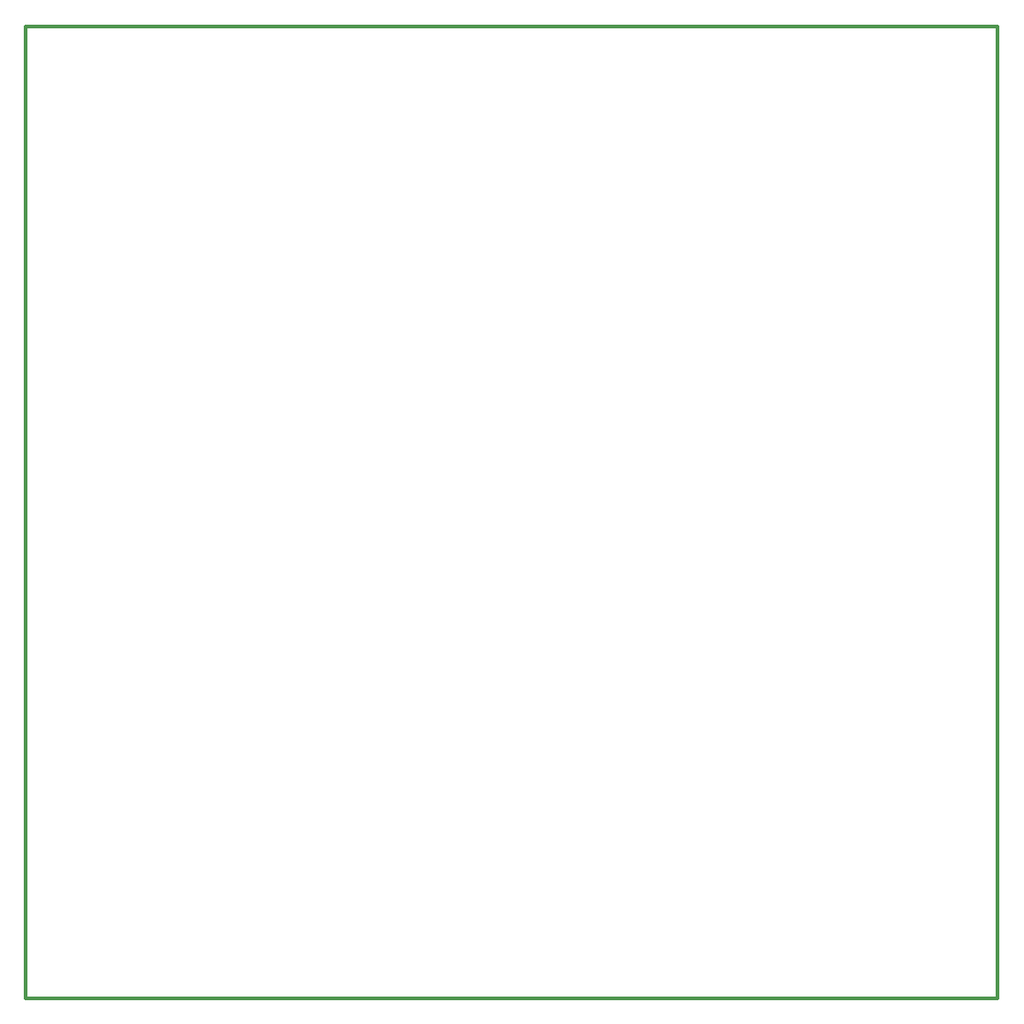
<source format=gko>
G04 Layer: BoardOutlineLayer*
G04 EasyEDA v6.5.34, 2023-09-21 21:59:44*
G04 1037e3338c1a49738aad6bad4f376bef,8e72fd04a6c14d66a7e837eb9aaabff2,10*
G04 Gerber Generator version 0.2*
G04 Scale: 100 percent, Rotated: No, Reflected: No *
G04 Dimensions in millimeters *
G04 leading zeros omitted , absolute positions ,4 integer and 5 decimal *
%FSLAX45Y45*%
%MOMM*%

%ADD10C,0.3000*%
D10*
X8499982Y-499996D02*
G01*
X8499982Y8499980D01*
X-500001Y8499983D01*
X-500001Y-499996D01*
X8500021Y-499996D01*

%LPD*%
M02*

</source>
